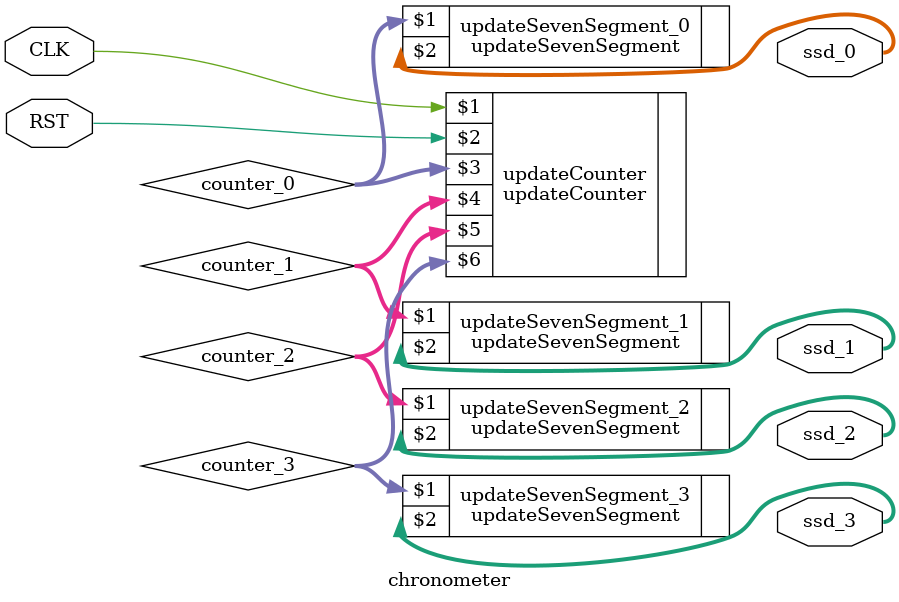
<source format=v>
/*
\authors Yakup Cengiz
\date 03/22/2015
*/
module chronometer(
CLK,             // clock
RST,             // reset
ssd_0,           // seven segment digit #0
ssd_1,           // seven segment digit #1
ssd_2,           // seven segment digit #2
ssd_3,           // seven segment digit #3
);

// set signal type
input CLK, RST;

wire [3:0] counter_0, counter_1, counter_2, counter_3;
output [6:0] ssd_0, ssd_1, ssd_2, ssd_3;
  
updateCounter updateCounter(CLK, RST, counter_0, counter_1, counter_2, counter_3);
updateSevenSegment updateSevenSegment_0(counter_0, ssd_0);
updateSevenSegment updateSevenSegment_1(counter_1, ssd_1);
updateSevenSegment updateSevenSegment_2(counter_2, ssd_2);
updateSevenSegment updateSevenSegment_3(counter_3, ssd_3);

endmodule
</source>
